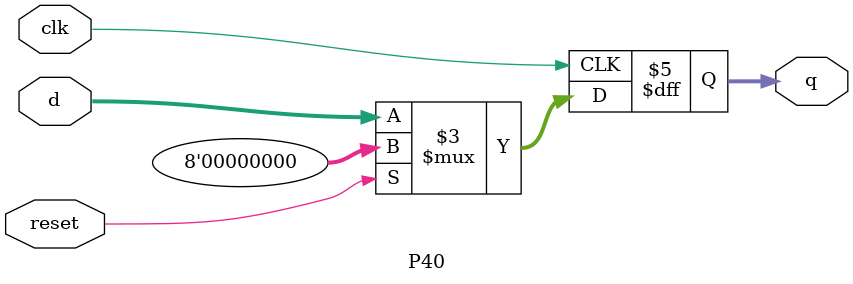
<source format=v>
module P40 (
    input            clk,
    input            reset,
    input      [7:0] d,
    output reg [7:0] q
);
  // 请用户在下方编辑代码
  always @(posedge clk) begin

    if (reset) q <= 8'b0;
    else q <= d;

  end

  //用户编辑到此为止
endmodule

</source>
